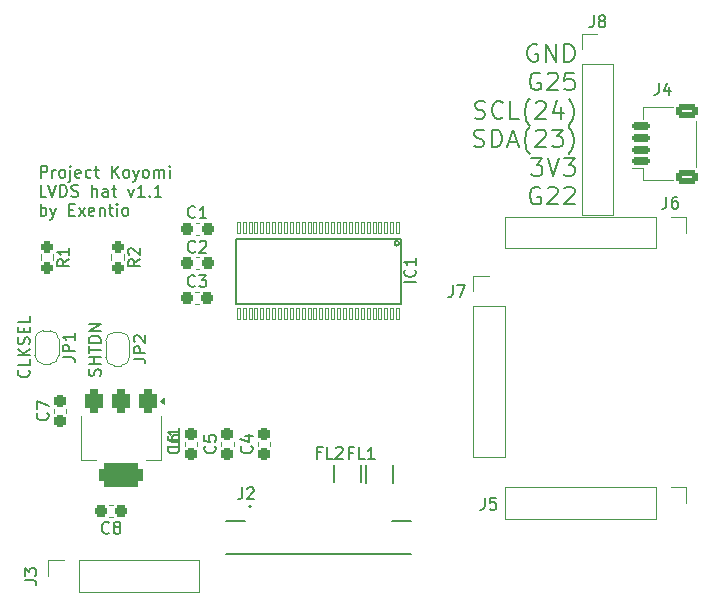
<source format=gto>
G04 #@! TF.GenerationSoftware,KiCad,Pcbnew,8.0.6*
G04 #@! TF.CreationDate,2024-12-27T23:38:28+01:00*
G04 #@! TF.ProjectId,koyomi-lvds-hat,6b6f796f-6d69-42d6-9c76-64732d686174,rev?*
G04 #@! TF.SameCoordinates,Original*
G04 #@! TF.FileFunction,Legend,Top*
G04 #@! TF.FilePolarity,Positive*
%FSLAX46Y46*%
G04 Gerber Fmt 4.6, Leading zero omitted, Abs format (unit mm)*
G04 Created by KiCad (PCBNEW 8.0.6) date 2024-12-27 23:38:28*
%MOMM*%
%LPD*%
G01*
G04 APERTURE LIST*
G04 Aperture macros list*
%AMRoundRect*
0 Rectangle with rounded corners*
0 $1 Rounding radius*
0 $2 $3 $4 $5 $6 $7 $8 $9 X,Y pos of 4 corners*
0 Add a 4 corners polygon primitive as box body*
4,1,4,$2,$3,$4,$5,$6,$7,$8,$9,$2,$3,0*
0 Add four circle primitives for the rounded corners*
1,1,$1+$1,$2,$3*
1,1,$1+$1,$4,$5*
1,1,$1+$1,$6,$7*
1,1,$1+$1,$8,$9*
0 Add four rect primitives between the rounded corners*
20,1,$1+$1,$2,$3,$4,$5,0*
20,1,$1+$1,$4,$5,$6,$7,0*
20,1,$1+$1,$6,$7,$8,$9,0*
20,1,$1+$1,$8,$9,$2,$3,0*%
%AMFreePoly0*
4,1,19,0.500000,-0.750000,0.000000,-0.750000,0.000000,-0.744911,-0.071157,-0.744911,-0.207708,-0.704816,-0.327430,-0.627875,-0.420627,-0.520320,-0.479746,-0.390866,-0.500000,-0.250000,-0.500000,0.250000,-0.479746,0.390866,-0.420627,0.520320,-0.327430,0.627875,-0.207708,0.704816,-0.071157,0.744911,0.000000,0.744911,0.000000,0.750000,0.500000,0.750000,0.500000,-0.750000,0.500000,-0.750000,
$1*%
%AMFreePoly1*
4,1,19,0.000000,0.744911,0.071157,0.744911,0.207708,0.704816,0.327430,0.627875,0.420627,0.520320,0.479746,0.390866,0.500000,0.250000,0.500000,-0.250000,0.479746,-0.390866,0.420627,-0.520320,0.327430,-0.627875,0.207708,-0.704816,0.071157,-0.744911,0.000000,-0.744911,0.000000,-0.750000,-0.500000,-0.750000,-0.500000,0.750000,0.000000,0.750000,0.000000,0.744911,0.000000,0.744911,
$1*%
G04 Aperture macros list end*
%ADD10C,0.150000*%
%ADD11C,0.200000*%
%ADD12C,0.120000*%
%ADD13C,0.127000*%
%ADD14RoundRect,0.237500X0.300000X0.237500X-0.300000X0.237500X-0.300000X-0.237500X0.300000X-0.237500X0*%
%ADD15RoundRect,0.237500X0.237500X-0.300000X0.237500X0.300000X-0.237500X0.300000X-0.237500X-0.300000X0*%
%ADD16C,6.200000*%
%ADD17FreePoly0,270.000000*%
%ADD18FreePoly1,270.000000*%
%ADD19R,0.200000X1.200000*%
%ADD20R,1.400000X2.000000*%
%ADD21R,1.700000X1.700000*%
%ADD22O,1.700000X1.700000*%
%ADD23RoundRect,0.237500X-0.237500X0.300000X-0.237500X-0.300000X0.237500X-0.300000X0.237500X0.300000X0*%
%ADD24RoundRect,0.375000X-0.375000X0.625000X-0.375000X-0.625000X0.375000X-0.625000X0.375000X0.625000X0*%
%ADD25RoundRect,0.500000X-1.400000X0.500000X-1.400000X-0.500000X1.400000X-0.500000X1.400000X0.500000X0*%
%ADD26RoundRect,0.009000X-0.141000X0.491000X-0.141000X-0.491000X0.141000X-0.491000X0.141000X0.491000X0*%
%ADD27RoundRect,0.237500X-0.237500X0.250000X-0.237500X-0.250000X0.237500X-0.250000X0.237500X0.250000X0*%
%ADD28RoundRect,0.150000X0.625000X-0.150000X0.625000X0.150000X-0.625000X0.150000X-0.625000X-0.150000X0*%
%ADD29RoundRect,0.250000X0.650000X-0.350000X0.650000X0.350000X-0.650000X0.350000X-0.650000X-0.350000X0*%
%ADD30C,0.965200*%
%ADD31C,1.778000*%
G04 APERTURE END LIST*
D10*
X105007200Y-58914285D02*
X105054819Y-58771428D01*
X105054819Y-58771428D02*
X105054819Y-58533333D01*
X105054819Y-58533333D02*
X105007200Y-58438095D01*
X105007200Y-58438095D02*
X104959580Y-58390476D01*
X104959580Y-58390476D02*
X104864342Y-58342857D01*
X104864342Y-58342857D02*
X104769104Y-58342857D01*
X104769104Y-58342857D02*
X104673866Y-58390476D01*
X104673866Y-58390476D02*
X104626247Y-58438095D01*
X104626247Y-58438095D02*
X104578628Y-58533333D01*
X104578628Y-58533333D02*
X104531009Y-58723809D01*
X104531009Y-58723809D02*
X104483390Y-58819047D01*
X104483390Y-58819047D02*
X104435771Y-58866666D01*
X104435771Y-58866666D02*
X104340533Y-58914285D01*
X104340533Y-58914285D02*
X104245295Y-58914285D01*
X104245295Y-58914285D02*
X104150057Y-58866666D01*
X104150057Y-58866666D02*
X104102438Y-58819047D01*
X104102438Y-58819047D02*
X104054819Y-58723809D01*
X104054819Y-58723809D02*
X104054819Y-58485714D01*
X104054819Y-58485714D02*
X104102438Y-58342857D01*
X105054819Y-57914285D02*
X104054819Y-57914285D01*
X104531009Y-57914285D02*
X104531009Y-57342857D01*
X105054819Y-57342857D02*
X104054819Y-57342857D01*
X104054819Y-57009523D02*
X104054819Y-56438095D01*
X105054819Y-56723809D02*
X104054819Y-56723809D01*
X105054819Y-56104761D02*
X104054819Y-56104761D01*
X104054819Y-56104761D02*
X104054819Y-55866666D01*
X104054819Y-55866666D02*
X104102438Y-55723809D01*
X104102438Y-55723809D02*
X104197676Y-55628571D01*
X104197676Y-55628571D02*
X104292914Y-55580952D01*
X104292914Y-55580952D02*
X104483390Y-55533333D01*
X104483390Y-55533333D02*
X104626247Y-55533333D01*
X104626247Y-55533333D02*
X104816723Y-55580952D01*
X104816723Y-55580952D02*
X104911961Y-55628571D01*
X104911961Y-55628571D02*
X105007200Y-55723809D01*
X105007200Y-55723809D02*
X105054819Y-55866666D01*
X105054819Y-55866666D02*
X105054819Y-56104761D01*
X105054819Y-55104761D02*
X104054819Y-55104761D01*
X104054819Y-55104761D02*
X105054819Y-54533333D01*
X105054819Y-54533333D02*
X104054819Y-54533333D01*
X98959580Y-58428571D02*
X99007200Y-58476190D01*
X99007200Y-58476190D02*
X99054819Y-58619047D01*
X99054819Y-58619047D02*
X99054819Y-58714285D01*
X99054819Y-58714285D02*
X99007200Y-58857142D01*
X99007200Y-58857142D02*
X98911961Y-58952380D01*
X98911961Y-58952380D02*
X98816723Y-58999999D01*
X98816723Y-58999999D02*
X98626247Y-59047618D01*
X98626247Y-59047618D02*
X98483390Y-59047618D01*
X98483390Y-59047618D02*
X98292914Y-58999999D01*
X98292914Y-58999999D02*
X98197676Y-58952380D01*
X98197676Y-58952380D02*
X98102438Y-58857142D01*
X98102438Y-58857142D02*
X98054819Y-58714285D01*
X98054819Y-58714285D02*
X98054819Y-58619047D01*
X98054819Y-58619047D02*
X98102438Y-58476190D01*
X98102438Y-58476190D02*
X98150057Y-58428571D01*
X99054819Y-57523809D02*
X99054819Y-57999999D01*
X99054819Y-57999999D02*
X98054819Y-57999999D01*
X99054819Y-57190475D02*
X98054819Y-57190475D01*
X99054819Y-56619047D02*
X98483390Y-57047618D01*
X98054819Y-56619047D02*
X98626247Y-57190475D01*
X99007200Y-56238094D02*
X99054819Y-56095237D01*
X99054819Y-56095237D02*
X99054819Y-55857142D01*
X99054819Y-55857142D02*
X99007200Y-55761904D01*
X99007200Y-55761904D02*
X98959580Y-55714285D01*
X98959580Y-55714285D02*
X98864342Y-55666666D01*
X98864342Y-55666666D02*
X98769104Y-55666666D01*
X98769104Y-55666666D02*
X98673866Y-55714285D01*
X98673866Y-55714285D02*
X98626247Y-55761904D01*
X98626247Y-55761904D02*
X98578628Y-55857142D01*
X98578628Y-55857142D02*
X98531009Y-56047618D01*
X98531009Y-56047618D02*
X98483390Y-56142856D01*
X98483390Y-56142856D02*
X98435771Y-56190475D01*
X98435771Y-56190475D02*
X98340533Y-56238094D01*
X98340533Y-56238094D02*
X98245295Y-56238094D01*
X98245295Y-56238094D02*
X98150057Y-56190475D01*
X98150057Y-56190475D02*
X98102438Y-56142856D01*
X98102438Y-56142856D02*
X98054819Y-56047618D01*
X98054819Y-56047618D02*
X98054819Y-55809523D01*
X98054819Y-55809523D02*
X98102438Y-55666666D01*
X98531009Y-55238094D02*
X98531009Y-54904761D01*
X99054819Y-54761904D02*
X99054819Y-55238094D01*
X99054819Y-55238094D02*
X98054819Y-55238094D01*
X98054819Y-55238094D02*
X98054819Y-54761904D01*
X99054819Y-53857142D02*
X99054819Y-54333332D01*
X99054819Y-54333332D02*
X98054819Y-54333332D01*
D11*
X99969673Y-42147331D02*
X99969673Y-41147331D01*
X99969673Y-41147331D02*
X100350625Y-41147331D01*
X100350625Y-41147331D02*
X100445863Y-41194950D01*
X100445863Y-41194950D02*
X100493482Y-41242569D01*
X100493482Y-41242569D02*
X100541101Y-41337807D01*
X100541101Y-41337807D02*
X100541101Y-41480664D01*
X100541101Y-41480664D02*
X100493482Y-41575902D01*
X100493482Y-41575902D02*
X100445863Y-41623521D01*
X100445863Y-41623521D02*
X100350625Y-41671140D01*
X100350625Y-41671140D02*
X99969673Y-41671140D01*
X100969673Y-42147331D02*
X100969673Y-41480664D01*
X100969673Y-41671140D02*
X101017292Y-41575902D01*
X101017292Y-41575902D02*
X101064911Y-41528283D01*
X101064911Y-41528283D02*
X101160149Y-41480664D01*
X101160149Y-41480664D02*
X101255387Y-41480664D01*
X101731578Y-42147331D02*
X101636340Y-42099712D01*
X101636340Y-42099712D02*
X101588721Y-42052092D01*
X101588721Y-42052092D02*
X101541102Y-41956854D01*
X101541102Y-41956854D02*
X101541102Y-41671140D01*
X101541102Y-41671140D02*
X101588721Y-41575902D01*
X101588721Y-41575902D02*
X101636340Y-41528283D01*
X101636340Y-41528283D02*
X101731578Y-41480664D01*
X101731578Y-41480664D02*
X101874435Y-41480664D01*
X101874435Y-41480664D02*
X101969673Y-41528283D01*
X101969673Y-41528283D02*
X102017292Y-41575902D01*
X102017292Y-41575902D02*
X102064911Y-41671140D01*
X102064911Y-41671140D02*
X102064911Y-41956854D01*
X102064911Y-41956854D02*
X102017292Y-42052092D01*
X102017292Y-42052092D02*
X101969673Y-42099712D01*
X101969673Y-42099712D02*
X101874435Y-42147331D01*
X101874435Y-42147331D02*
X101731578Y-42147331D01*
X102493483Y-41480664D02*
X102493483Y-42337807D01*
X102493483Y-42337807D02*
X102445864Y-42433045D01*
X102445864Y-42433045D02*
X102350626Y-42480664D01*
X102350626Y-42480664D02*
X102303007Y-42480664D01*
X102493483Y-41147331D02*
X102445864Y-41194950D01*
X102445864Y-41194950D02*
X102493483Y-41242569D01*
X102493483Y-41242569D02*
X102541102Y-41194950D01*
X102541102Y-41194950D02*
X102493483Y-41147331D01*
X102493483Y-41147331D02*
X102493483Y-41242569D01*
X103350625Y-42099712D02*
X103255387Y-42147331D01*
X103255387Y-42147331D02*
X103064911Y-42147331D01*
X103064911Y-42147331D02*
X102969673Y-42099712D01*
X102969673Y-42099712D02*
X102922054Y-42004473D01*
X102922054Y-42004473D02*
X102922054Y-41623521D01*
X102922054Y-41623521D02*
X102969673Y-41528283D01*
X102969673Y-41528283D02*
X103064911Y-41480664D01*
X103064911Y-41480664D02*
X103255387Y-41480664D01*
X103255387Y-41480664D02*
X103350625Y-41528283D01*
X103350625Y-41528283D02*
X103398244Y-41623521D01*
X103398244Y-41623521D02*
X103398244Y-41718759D01*
X103398244Y-41718759D02*
X102922054Y-41813997D01*
X104255387Y-42099712D02*
X104160149Y-42147331D01*
X104160149Y-42147331D02*
X103969673Y-42147331D01*
X103969673Y-42147331D02*
X103874435Y-42099712D01*
X103874435Y-42099712D02*
X103826816Y-42052092D01*
X103826816Y-42052092D02*
X103779197Y-41956854D01*
X103779197Y-41956854D02*
X103779197Y-41671140D01*
X103779197Y-41671140D02*
X103826816Y-41575902D01*
X103826816Y-41575902D02*
X103874435Y-41528283D01*
X103874435Y-41528283D02*
X103969673Y-41480664D01*
X103969673Y-41480664D02*
X104160149Y-41480664D01*
X104160149Y-41480664D02*
X104255387Y-41528283D01*
X104541102Y-41480664D02*
X104922054Y-41480664D01*
X104683959Y-41147331D02*
X104683959Y-42004473D01*
X104683959Y-42004473D02*
X104731578Y-42099712D01*
X104731578Y-42099712D02*
X104826816Y-42147331D01*
X104826816Y-42147331D02*
X104922054Y-42147331D01*
X106017293Y-42147331D02*
X106017293Y-41147331D01*
X106588721Y-42147331D02*
X106160150Y-41575902D01*
X106588721Y-41147331D02*
X106017293Y-41718759D01*
X107160150Y-42147331D02*
X107064912Y-42099712D01*
X107064912Y-42099712D02*
X107017293Y-42052092D01*
X107017293Y-42052092D02*
X106969674Y-41956854D01*
X106969674Y-41956854D02*
X106969674Y-41671140D01*
X106969674Y-41671140D02*
X107017293Y-41575902D01*
X107017293Y-41575902D02*
X107064912Y-41528283D01*
X107064912Y-41528283D02*
X107160150Y-41480664D01*
X107160150Y-41480664D02*
X107303007Y-41480664D01*
X107303007Y-41480664D02*
X107398245Y-41528283D01*
X107398245Y-41528283D02*
X107445864Y-41575902D01*
X107445864Y-41575902D02*
X107493483Y-41671140D01*
X107493483Y-41671140D02*
X107493483Y-41956854D01*
X107493483Y-41956854D02*
X107445864Y-42052092D01*
X107445864Y-42052092D02*
X107398245Y-42099712D01*
X107398245Y-42099712D02*
X107303007Y-42147331D01*
X107303007Y-42147331D02*
X107160150Y-42147331D01*
X107826817Y-41480664D02*
X108064912Y-42147331D01*
X108303007Y-41480664D02*
X108064912Y-42147331D01*
X108064912Y-42147331D02*
X107969674Y-42385426D01*
X107969674Y-42385426D02*
X107922055Y-42433045D01*
X107922055Y-42433045D02*
X107826817Y-42480664D01*
X108826817Y-42147331D02*
X108731579Y-42099712D01*
X108731579Y-42099712D02*
X108683960Y-42052092D01*
X108683960Y-42052092D02*
X108636341Y-41956854D01*
X108636341Y-41956854D02*
X108636341Y-41671140D01*
X108636341Y-41671140D02*
X108683960Y-41575902D01*
X108683960Y-41575902D02*
X108731579Y-41528283D01*
X108731579Y-41528283D02*
X108826817Y-41480664D01*
X108826817Y-41480664D02*
X108969674Y-41480664D01*
X108969674Y-41480664D02*
X109064912Y-41528283D01*
X109064912Y-41528283D02*
X109112531Y-41575902D01*
X109112531Y-41575902D02*
X109160150Y-41671140D01*
X109160150Y-41671140D02*
X109160150Y-41956854D01*
X109160150Y-41956854D02*
X109112531Y-42052092D01*
X109112531Y-42052092D02*
X109064912Y-42099712D01*
X109064912Y-42099712D02*
X108969674Y-42147331D01*
X108969674Y-42147331D02*
X108826817Y-42147331D01*
X109588722Y-42147331D02*
X109588722Y-41480664D01*
X109588722Y-41575902D02*
X109636341Y-41528283D01*
X109636341Y-41528283D02*
X109731579Y-41480664D01*
X109731579Y-41480664D02*
X109874436Y-41480664D01*
X109874436Y-41480664D02*
X109969674Y-41528283D01*
X109969674Y-41528283D02*
X110017293Y-41623521D01*
X110017293Y-41623521D02*
X110017293Y-42147331D01*
X110017293Y-41623521D02*
X110064912Y-41528283D01*
X110064912Y-41528283D02*
X110160150Y-41480664D01*
X110160150Y-41480664D02*
X110303007Y-41480664D01*
X110303007Y-41480664D02*
X110398246Y-41528283D01*
X110398246Y-41528283D02*
X110445865Y-41623521D01*
X110445865Y-41623521D02*
X110445865Y-42147331D01*
X110922055Y-42147331D02*
X110922055Y-41480664D01*
X110922055Y-41147331D02*
X110874436Y-41194950D01*
X110874436Y-41194950D02*
X110922055Y-41242569D01*
X110922055Y-41242569D02*
X110969674Y-41194950D01*
X110969674Y-41194950D02*
X110922055Y-41147331D01*
X110922055Y-41147331D02*
X110922055Y-41242569D01*
X100445863Y-43757275D02*
X99969673Y-43757275D01*
X99969673Y-43757275D02*
X99969673Y-42757275D01*
X100636340Y-42757275D02*
X100969673Y-43757275D01*
X100969673Y-43757275D02*
X101303006Y-42757275D01*
X101636340Y-43757275D02*
X101636340Y-42757275D01*
X101636340Y-42757275D02*
X101874435Y-42757275D01*
X101874435Y-42757275D02*
X102017292Y-42804894D01*
X102017292Y-42804894D02*
X102112530Y-42900132D01*
X102112530Y-42900132D02*
X102160149Y-42995370D01*
X102160149Y-42995370D02*
X102207768Y-43185846D01*
X102207768Y-43185846D02*
X102207768Y-43328703D01*
X102207768Y-43328703D02*
X102160149Y-43519179D01*
X102160149Y-43519179D02*
X102112530Y-43614417D01*
X102112530Y-43614417D02*
X102017292Y-43709656D01*
X102017292Y-43709656D02*
X101874435Y-43757275D01*
X101874435Y-43757275D02*
X101636340Y-43757275D01*
X102588721Y-43709656D02*
X102731578Y-43757275D01*
X102731578Y-43757275D02*
X102969673Y-43757275D01*
X102969673Y-43757275D02*
X103064911Y-43709656D01*
X103064911Y-43709656D02*
X103112530Y-43662036D01*
X103112530Y-43662036D02*
X103160149Y-43566798D01*
X103160149Y-43566798D02*
X103160149Y-43471560D01*
X103160149Y-43471560D02*
X103112530Y-43376322D01*
X103112530Y-43376322D02*
X103064911Y-43328703D01*
X103064911Y-43328703D02*
X102969673Y-43281084D01*
X102969673Y-43281084D02*
X102779197Y-43233465D01*
X102779197Y-43233465D02*
X102683959Y-43185846D01*
X102683959Y-43185846D02*
X102636340Y-43138227D01*
X102636340Y-43138227D02*
X102588721Y-43042989D01*
X102588721Y-43042989D02*
X102588721Y-42947751D01*
X102588721Y-42947751D02*
X102636340Y-42852513D01*
X102636340Y-42852513D02*
X102683959Y-42804894D01*
X102683959Y-42804894D02*
X102779197Y-42757275D01*
X102779197Y-42757275D02*
X103017292Y-42757275D01*
X103017292Y-42757275D02*
X103160149Y-42804894D01*
X104350626Y-43757275D02*
X104350626Y-42757275D01*
X104779197Y-43757275D02*
X104779197Y-43233465D01*
X104779197Y-43233465D02*
X104731578Y-43138227D01*
X104731578Y-43138227D02*
X104636340Y-43090608D01*
X104636340Y-43090608D02*
X104493483Y-43090608D01*
X104493483Y-43090608D02*
X104398245Y-43138227D01*
X104398245Y-43138227D02*
X104350626Y-43185846D01*
X105683959Y-43757275D02*
X105683959Y-43233465D01*
X105683959Y-43233465D02*
X105636340Y-43138227D01*
X105636340Y-43138227D02*
X105541102Y-43090608D01*
X105541102Y-43090608D02*
X105350626Y-43090608D01*
X105350626Y-43090608D02*
X105255388Y-43138227D01*
X105683959Y-43709656D02*
X105588721Y-43757275D01*
X105588721Y-43757275D02*
X105350626Y-43757275D01*
X105350626Y-43757275D02*
X105255388Y-43709656D01*
X105255388Y-43709656D02*
X105207769Y-43614417D01*
X105207769Y-43614417D02*
X105207769Y-43519179D01*
X105207769Y-43519179D02*
X105255388Y-43423941D01*
X105255388Y-43423941D02*
X105350626Y-43376322D01*
X105350626Y-43376322D02*
X105588721Y-43376322D01*
X105588721Y-43376322D02*
X105683959Y-43328703D01*
X106017293Y-43090608D02*
X106398245Y-43090608D01*
X106160150Y-42757275D02*
X106160150Y-43614417D01*
X106160150Y-43614417D02*
X106207769Y-43709656D01*
X106207769Y-43709656D02*
X106303007Y-43757275D01*
X106303007Y-43757275D02*
X106398245Y-43757275D01*
X107398246Y-43090608D02*
X107636341Y-43757275D01*
X107636341Y-43757275D02*
X107874436Y-43090608D01*
X108779198Y-43757275D02*
X108207770Y-43757275D01*
X108493484Y-43757275D02*
X108493484Y-42757275D01*
X108493484Y-42757275D02*
X108398246Y-42900132D01*
X108398246Y-42900132D02*
X108303008Y-42995370D01*
X108303008Y-42995370D02*
X108207770Y-43042989D01*
X109207770Y-43662036D02*
X109255389Y-43709656D01*
X109255389Y-43709656D02*
X109207770Y-43757275D01*
X109207770Y-43757275D02*
X109160151Y-43709656D01*
X109160151Y-43709656D02*
X109207770Y-43662036D01*
X109207770Y-43662036D02*
X109207770Y-43757275D01*
X110207769Y-43757275D02*
X109636341Y-43757275D01*
X109922055Y-43757275D02*
X109922055Y-42757275D01*
X109922055Y-42757275D02*
X109826817Y-42900132D01*
X109826817Y-42900132D02*
X109731579Y-42995370D01*
X109731579Y-42995370D02*
X109636341Y-43042989D01*
X99969673Y-45367219D02*
X99969673Y-44367219D01*
X99969673Y-44748171D02*
X100064911Y-44700552D01*
X100064911Y-44700552D02*
X100255387Y-44700552D01*
X100255387Y-44700552D02*
X100350625Y-44748171D01*
X100350625Y-44748171D02*
X100398244Y-44795790D01*
X100398244Y-44795790D02*
X100445863Y-44891028D01*
X100445863Y-44891028D02*
X100445863Y-45176742D01*
X100445863Y-45176742D02*
X100398244Y-45271980D01*
X100398244Y-45271980D02*
X100350625Y-45319600D01*
X100350625Y-45319600D02*
X100255387Y-45367219D01*
X100255387Y-45367219D02*
X100064911Y-45367219D01*
X100064911Y-45367219D02*
X99969673Y-45319600D01*
X100779197Y-44700552D02*
X101017292Y-45367219D01*
X101255387Y-44700552D02*
X101017292Y-45367219D01*
X101017292Y-45367219D02*
X100922054Y-45605314D01*
X100922054Y-45605314D02*
X100874435Y-45652933D01*
X100874435Y-45652933D02*
X100779197Y-45700552D01*
X102398245Y-44843409D02*
X102731578Y-44843409D01*
X102874435Y-45367219D02*
X102398245Y-45367219D01*
X102398245Y-45367219D02*
X102398245Y-44367219D01*
X102398245Y-44367219D02*
X102874435Y-44367219D01*
X103207769Y-45367219D02*
X103731578Y-44700552D01*
X103207769Y-44700552D02*
X103731578Y-45367219D01*
X104493483Y-45319600D02*
X104398245Y-45367219D01*
X104398245Y-45367219D02*
X104207769Y-45367219D01*
X104207769Y-45367219D02*
X104112531Y-45319600D01*
X104112531Y-45319600D02*
X104064912Y-45224361D01*
X104064912Y-45224361D02*
X104064912Y-44843409D01*
X104064912Y-44843409D02*
X104112531Y-44748171D01*
X104112531Y-44748171D02*
X104207769Y-44700552D01*
X104207769Y-44700552D02*
X104398245Y-44700552D01*
X104398245Y-44700552D02*
X104493483Y-44748171D01*
X104493483Y-44748171D02*
X104541102Y-44843409D01*
X104541102Y-44843409D02*
X104541102Y-44938647D01*
X104541102Y-44938647D02*
X104064912Y-45033885D01*
X104969674Y-44700552D02*
X104969674Y-45367219D01*
X104969674Y-44795790D02*
X105017293Y-44748171D01*
X105017293Y-44748171D02*
X105112531Y-44700552D01*
X105112531Y-44700552D02*
X105255388Y-44700552D01*
X105255388Y-44700552D02*
X105350626Y-44748171D01*
X105350626Y-44748171D02*
X105398245Y-44843409D01*
X105398245Y-44843409D02*
X105398245Y-45367219D01*
X105731579Y-44700552D02*
X106112531Y-44700552D01*
X105874436Y-44367219D02*
X105874436Y-45224361D01*
X105874436Y-45224361D02*
X105922055Y-45319600D01*
X105922055Y-45319600D02*
X106017293Y-45367219D01*
X106017293Y-45367219D02*
X106112531Y-45367219D01*
X106445865Y-45367219D02*
X106445865Y-44700552D01*
X106445865Y-44367219D02*
X106398246Y-44414838D01*
X106398246Y-44414838D02*
X106445865Y-44462457D01*
X106445865Y-44462457D02*
X106493484Y-44414838D01*
X106493484Y-44414838D02*
X106445865Y-44367219D01*
X106445865Y-44367219D02*
X106445865Y-44462457D01*
X107064912Y-45367219D02*
X106969674Y-45319600D01*
X106969674Y-45319600D02*
X106922055Y-45271980D01*
X106922055Y-45271980D02*
X106874436Y-45176742D01*
X106874436Y-45176742D02*
X106874436Y-44891028D01*
X106874436Y-44891028D02*
X106922055Y-44795790D01*
X106922055Y-44795790D02*
X106969674Y-44748171D01*
X106969674Y-44748171D02*
X107064912Y-44700552D01*
X107064912Y-44700552D02*
X107207769Y-44700552D01*
X107207769Y-44700552D02*
X107303007Y-44748171D01*
X107303007Y-44748171D02*
X107350626Y-44795790D01*
X107350626Y-44795790D02*
X107398245Y-44891028D01*
X107398245Y-44891028D02*
X107398245Y-45176742D01*
X107398245Y-45176742D02*
X107350626Y-45271980D01*
X107350626Y-45271980D02*
X107303007Y-45319600D01*
X107303007Y-45319600D02*
X107207769Y-45367219D01*
X107207769Y-45367219D02*
X107064912Y-45367219D01*
X142039850Y-30902877D02*
X141896993Y-30831448D01*
X141896993Y-30831448D02*
X141682707Y-30831448D01*
X141682707Y-30831448D02*
X141468421Y-30902877D01*
X141468421Y-30902877D02*
X141325564Y-31045734D01*
X141325564Y-31045734D02*
X141254135Y-31188591D01*
X141254135Y-31188591D02*
X141182707Y-31474305D01*
X141182707Y-31474305D02*
X141182707Y-31688591D01*
X141182707Y-31688591D02*
X141254135Y-31974305D01*
X141254135Y-31974305D02*
X141325564Y-32117162D01*
X141325564Y-32117162D02*
X141468421Y-32260020D01*
X141468421Y-32260020D02*
X141682707Y-32331448D01*
X141682707Y-32331448D02*
X141825564Y-32331448D01*
X141825564Y-32331448D02*
X142039850Y-32260020D01*
X142039850Y-32260020D02*
X142111278Y-32188591D01*
X142111278Y-32188591D02*
X142111278Y-31688591D01*
X142111278Y-31688591D02*
X141825564Y-31688591D01*
X142754135Y-32331448D02*
X142754135Y-30831448D01*
X142754135Y-30831448D02*
X143611278Y-32331448D01*
X143611278Y-32331448D02*
X143611278Y-30831448D01*
X144325564Y-32331448D02*
X144325564Y-30831448D01*
X144325564Y-30831448D02*
X144682707Y-30831448D01*
X144682707Y-30831448D02*
X144896993Y-30902877D01*
X144896993Y-30902877D02*
X145039850Y-31045734D01*
X145039850Y-31045734D02*
X145111279Y-31188591D01*
X145111279Y-31188591D02*
X145182707Y-31474305D01*
X145182707Y-31474305D02*
X145182707Y-31688591D01*
X145182707Y-31688591D02*
X145111279Y-31974305D01*
X145111279Y-31974305D02*
X145039850Y-32117162D01*
X145039850Y-32117162D02*
X144896993Y-32260020D01*
X144896993Y-32260020D02*
X144682707Y-32331448D01*
X144682707Y-32331448D02*
X144325564Y-32331448D01*
X142254137Y-33317793D02*
X142111280Y-33246364D01*
X142111280Y-33246364D02*
X141896994Y-33246364D01*
X141896994Y-33246364D02*
X141682708Y-33317793D01*
X141682708Y-33317793D02*
X141539851Y-33460650D01*
X141539851Y-33460650D02*
X141468422Y-33603507D01*
X141468422Y-33603507D02*
X141396994Y-33889221D01*
X141396994Y-33889221D02*
X141396994Y-34103507D01*
X141396994Y-34103507D02*
X141468422Y-34389221D01*
X141468422Y-34389221D02*
X141539851Y-34532078D01*
X141539851Y-34532078D02*
X141682708Y-34674936D01*
X141682708Y-34674936D02*
X141896994Y-34746364D01*
X141896994Y-34746364D02*
X142039851Y-34746364D01*
X142039851Y-34746364D02*
X142254137Y-34674936D01*
X142254137Y-34674936D02*
X142325565Y-34603507D01*
X142325565Y-34603507D02*
X142325565Y-34103507D01*
X142325565Y-34103507D02*
X142039851Y-34103507D01*
X142896994Y-33389221D02*
X142968422Y-33317793D01*
X142968422Y-33317793D02*
X143111280Y-33246364D01*
X143111280Y-33246364D02*
X143468422Y-33246364D01*
X143468422Y-33246364D02*
X143611280Y-33317793D01*
X143611280Y-33317793D02*
X143682708Y-33389221D01*
X143682708Y-33389221D02*
X143754137Y-33532078D01*
X143754137Y-33532078D02*
X143754137Y-33674936D01*
X143754137Y-33674936D02*
X143682708Y-33889221D01*
X143682708Y-33889221D02*
X142825565Y-34746364D01*
X142825565Y-34746364D02*
X143754137Y-34746364D01*
X145111279Y-33246364D02*
X144396993Y-33246364D01*
X144396993Y-33246364D02*
X144325565Y-33960650D01*
X144325565Y-33960650D02*
X144396993Y-33889221D01*
X144396993Y-33889221D02*
X144539851Y-33817793D01*
X144539851Y-33817793D02*
X144896993Y-33817793D01*
X144896993Y-33817793D02*
X145039851Y-33889221D01*
X145039851Y-33889221D02*
X145111279Y-33960650D01*
X145111279Y-33960650D02*
X145182708Y-34103507D01*
X145182708Y-34103507D02*
X145182708Y-34460650D01*
X145182708Y-34460650D02*
X145111279Y-34603507D01*
X145111279Y-34603507D02*
X145039851Y-34674936D01*
X145039851Y-34674936D02*
X144896993Y-34746364D01*
X144896993Y-34746364D02*
X144539851Y-34746364D01*
X144539851Y-34746364D02*
X144396993Y-34674936D01*
X144396993Y-34674936D02*
X144325565Y-34603507D01*
X136754137Y-37089852D02*
X136968423Y-37161280D01*
X136968423Y-37161280D02*
X137325565Y-37161280D01*
X137325565Y-37161280D02*
X137468423Y-37089852D01*
X137468423Y-37089852D02*
X137539851Y-37018423D01*
X137539851Y-37018423D02*
X137611280Y-36875566D01*
X137611280Y-36875566D02*
X137611280Y-36732709D01*
X137611280Y-36732709D02*
X137539851Y-36589852D01*
X137539851Y-36589852D02*
X137468423Y-36518423D01*
X137468423Y-36518423D02*
X137325565Y-36446994D01*
X137325565Y-36446994D02*
X137039851Y-36375566D01*
X137039851Y-36375566D02*
X136896994Y-36304137D01*
X136896994Y-36304137D02*
X136825565Y-36232709D01*
X136825565Y-36232709D02*
X136754137Y-36089852D01*
X136754137Y-36089852D02*
X136754137Y-35946994D01*
X136754137Y-35946994D02*
X136825565Y-35804137D01*
X136825565Y-35804137D02*
X136896994Y-35732709D01*
X136896994Y-35732709D02*
X137039851Y-35661280D01*
X137039851Y-35661280D02*
X137396994Y-35661280D01*
X137396994Y-35661280D02*
X137611280Y-35732709D01*
X139111279Y-37018423D02*
X139039851Y-37089852D01*
X139039851Y-37089852D02*
X138825565Y-37161280D01*
X138825565Y-37161280D02*
X138682708Y-37161280D01*
X138682708Y-37161280D02*
X138468422Y-37089852D01*
X138468422Y-37089852D02*
X138325565Y-36946994D01*
X138325565Y-36946994D02*
X138254136Y-36804137D01*
X138254136Y-36804137D02*
X138182708Y-36518423D01*
X138182708Y-36518423D02*
X138182708Y-36304137D01*
X138182708Y-36304137D02*
X138254136Y-36018423D01*
X138254136Y-36018423D02*
X138325565Y-35875566D01*
X138325565Y-35875566D02*
X138468422Y-35732709D01*
X138468422Y-35732709D02*
X138682708Y-35661280D01*
X138682708Y-35661280D02*
X138825565Y-35661280D01*
X138825565Y-35661280D02*
X139039851Y-35732709D01*
X139039851Y-35732709D02*
X139111279Y-35804137D01*
X140468422Y-37161280D02*
X139754136Y-37161280D01*
X139754136Y-37161280D02*
X139754136Y-35661280D01*
X141396994Y-37732709D02*
X141325565Y-37661280D01*
X141325565Y-37661280D02*
X141182708Y-37446994D01*
X141182708Y-37446994D02*
X141111280Y-37304137D01*
X141111280Y-37304137D02*
X141039851Y-37089852D01*
X141039851Y-37089852D02*
X140968422Y-36732709D01*
X140968422Y-36732709D02*
X140968422Y-36446994D01*
X140968422Y-36446994D02*
X141039851Y-36089852D01*
X141039851Y-36089852D02*
X141111280Y-35875566D01*
X141111280Y-35875566D02*
X141182708Y-35732709D01*
X141182708Y-35732709D02*
X141325565Y-35518423D01*
X141325565Y-35518423D02*
X141396994Y-35446994D01*
X141896994Y-35804137D02*
X141968422Y-35732709D01*
X141968422Y-35732709D02*
X142111280Y-35661280D01*
X142111280Y-35661280D02*
X142468422Y-35661280D01*
X142468422Y-35661280D02*
X142611280Y-35732709D01*
X142611280Y-35732709D02*
X142682708Y-35804137D01*
X142682708Y-35804137D02*
X142754137Y-35946994D01*
X142754137Y-35946994D02*
X142754137Y-36089852D01*
X142754137Y-36089852D02*
X142682708Y-36304137D01*
X142682708Y-36304137D02*
X141825565Y-37161280D01*
X141825565Y-37161280D02*
X142754137Y-37161280D01*
X144039851Y-36161280D02*
X144039851Y-37161280D01*
X143682708Y-35589852D02*
X143325565Y-36661280D01*
X143325565Y-36661280D02*
X144254136Y-36661280D01*
X144682707Y-37732709D02*
X144754136Y-37661280D01*
X144754136Y-37661280D02*
X144896993Y-37446994D01*
X144896993Y-37446994D02*
X144968422Y-37304137D01*
X144968422Y-37304137D02*
X145039850Y-37089852D01*
X145039850Y-37089852D02*
X145111279Y-36732709D01*
X145111279Y-36732709D02*
X145111279Y-36446994D01*
X145111279Y-36446994D02*
X145039850Y-36089852D01*
X145039850Y-36089852D02*
X144968422Y-35875566D01*
X144968422Y-35875566D02*
X144896993Y-35732709D01*
X144896993Y-35732709D02*
X144754136Y-35518423D01*
X144754136Y-35518423D02*
X144682707Y-35446994D01*
X136682709Y-39504768D02*
X136896995Y-39576196D01*
X136896995Y-39576196D02*
X137254137Y-39576196D01*
X137254137Y-39576196D02*
X137396995Y-39504768D01*
X137396995Y-39504768D02*
X137468423Y-39433339D01*
X137468423Y-39433339D02*
X137539852Y-39290482D01*
X137539852Y-39290482D02*
X137539852Y-39147625D01*
X137539852Y-39147625D02*
X137468423Y-39004768D01*
X137468423Y-39004768D02*
X137396995Y-38933339D01*
X137396995Y-38933339D02*
X137254137Y-38861910D01*
X137254137Y-38861910D02*
X136968423Y-38790482D01*
X136968423Y-38790482D02*
X136825566Y-38719053D01*
X136825566Y-38719053D02*
X136754137Y-38647625D01*
X136754137Y-38647625D02*
X136682709Y-38504768D01*
X136682709Y-38504768D02*
X136682709Y-38361910D01*
X136682709Y-38361910D02*
X136754137Y-38219053D01*
X136754137Y-38219053D02*
X136825566Y-38147625D01*
X136825566Y-38147625D02*
X136968423Y-38076196D01*
X136968423Y-38076196D02*
X137325566Y-38076196D01*
X137325566Y-38076196D02*
X137539852Y-38147625D01*
X138182708Y-39576196D02*
X138182708Y-38076196D01*
X138182708Y-38076196D02*
X138539851Y-38076196D01*
X138539851Y-38076196D02*
X138754137Y-38147625D01*
X138754137Y-38147625D02*
X138896994Y-38290482D01*
X138896994Y-38290482D02*
X138968423Y-38433339D01*
X138968423Y-38433339D02*
X139039851Y-38719053D01*
X139039851Y-38719053D02*
X139039851Y-38933339D01*
X139039851Y-38933339D02*
X138968423Y-39219053D01*
X138968423Y-39219053D02*
X138896994Y-39361910D01*
X138896994Y-39361910D02*
X138754137Y-39504768D01*
X138754137Y-39504768D02*
X138539851Y-39576196D01*
X138539851Y-39576196D02*
X138182708Y-39576196D01*
X139611280Y-39147625D02*
X140325566Y-39147625D01*
X139468423Y-39576196D02*
X139968423Y-38076196D01*
X139968423Y-38076196D02*
X140468423Y-39576196D01*
X141396994Y-40147625D02*
X141325565Y-40076196D01*
X141325565Y-40076196D02*
X141182708Y-39861910D01*
X141182708Y-39861910D02*
X141111280Y-39719053D01*
X141111280Y-39719053D02*
X141039851Y-39504768D01*
X141039851Y-39504768D02*
X140968422Y-39147625D01*
X140968422Y-39147625D02*
X140968422Y-38861910D01*
X140968422Y-38861910D02*
X141039851Y-38504768D01*
X141039851Y-38504768D02*
X141111280Y-38290482D01*
X141111280Y-38290482D02*
X141182708Y-38147625D01*
X141182708Y-38147625D02*
X141325565Y-37933339D01*
X141325565Y-37933339D02*
X141396994Y-37861910D01*
X141896994Y-38219053D02*
X141968422Y-38147625D01*
X141968422Y-38147625D02*
X142111280Y-38076196D01*
X142111280Y-38076196D02*
X142468422Y-38076196D01*
X142468422Y-38076196D02*
X142611280Y-38147625D01*
X142611280Y-38147625D02*
X142682708Y-38219053D01*
X142682708Y-38219053D02*
X142754137Y-38361910D01*
X142754137Y-38361910D02*
X142754137Y-38504768D01*
X142754137Y-38504768D02*
X142682708Y-38719053D01*
X142682708Y-38719053D02*
X141825565Y-39576196D01*
X141825565Y-39576196D02*
X142754137Y-39576196D01*
X143254136Y-38076196D02*
X144182708Y-38076196D01*
X144182708Y-38076196D02*
X143682708Y-38647625D01*
X143682708Y-38647625D02*
X143896993Y-38647625D01*
X143896993Y-38647625D02*
X144039851Y-38719053D01*
X144039851Y-38719053D02*
X144111279Y-38790482D01*
X144111279Y-38790482D02*
X144182708Y-38933339D01*
X144182708Y-38933339D02*
X144182708Y-39290482D01*
X144182708Y-39290482D02*
X144111279Y-39433339D01*
X144111279Y-39433339D02*
X144039851Y-39504768D01*
X144039851Y-39504768D02*
X143896993Y-39576196D01*
X143896993Y-39576196D02*
X143468422Y-39576196D01*
X143468422Y-39576196D02*
X143325565Y-39504768D01*
X143325565Y-39504768D02*
X143254136Y-39433339D01*
X144682707Y-40147625D02*
X144754136Y-40076196D01*
X144754136Y-40076196D02*
X144896993Y-39861910D01*
X144896993Y-39861910D02*
X144968422Y-39719053D01*
X144968422Y-39719053D02*
X145039850Y-39504768D01*
X145039850Y-39504768D02*
X145111279Y-39147625D01*
X145111279Y-39147625D02*
X145111279Y-38861910D01*
X145111279Y-38861910D02*
X145039850Y-38504768D01*
X145039850Y-38504768D02*
X144968422Y-38290482D01*
X144968422Y-38290482D02*
X144896993Y-38147625D01*
X144896993Y-38147625D02*
X144754136Y-37933339D01*
X144754136Y-37933339D02*
X144682707Y-37861910D01*
X141539851Y-40491112D02*
X142468423Y-40491112D01*
X142468423Y-40491112D02*
X141968423Y-41062541D01*
X141968423Y-41062541D02*
X142182708Y-41062541D01*
X142182708Y-41062541D02*
X142325566Y-41133969D01*
X142325566Y-41133969D02*
X142396994Y-41205398D01*
X142396994Y-41205398D02*
X142468423Y-41348255D01*
X142468423Y-41348255D02*
X142468423Y-41705398D01*
X142468423Y-41705398D02*
X142396994Y-41848255D01*
X142396994Y-41848255D02*
X142325566Y-41919684D01*
X142325566Y-41919684D02*
X142182708Y-41991112D01*
X142182708Y-41991112D02*
X141754137Y-41991112D01*
X141754137Y-41991112D02*
X141611280Y-41919684D01*
X141611280Y-41919684D02*
X141539851Y-41848255D01*
X142896994Y-40491112D02*
X143396994Y-41991112D01*
X143396994Y-41991112D02*
X143896994Y-40491112D01*
X144254136Y-40491112D02*
X145182708Y-40491112D01*
X145182708Y-40491112D02*
X144682708Y-41062541D01*
X144682708Y-41062541D02*
X144896993Y-41062541D01*
X144896993Y-41062541D02*
X145039851Y-41133969D01*
X145039851Y-41133969D02*
X145111279Y-41205398D01*
X145111279Y-41205398D02*
X145182708Y-41348255D01*
X145182708Y-41348255D02*
X145182708Y-41705398D01*
X145182708Y-41705398D02*
X145111279Y-41848255D01*
X145111279Y-41848255D02*
X145039851Y-41919684D01*
X145039851Y-41919684D02*
X144896993Y-41991112D01*
X144896993Y-41991112D02*
X144468422Y-41991112D01*
X144468422Y-41991112D02*
X144325565Y-41919684D01*
X144325565Y-41919684D02*
X144254136Y-41848255D01*
X142254137Y-42977457D02*
X142111280Y-42906028D01*
X142111280Y-42906028D02*
X141896994Y-42906028D01*
X141896994Y-42906028D02*
X141682708Y-42977457D01*
X141682708Y-42977457D02*
X141539851Y-43120314D01*
X141539851Y-43120314D02*
X141468422Y-43263171D01*
X141468422Y-43263171D02*
X141396994Y-43548885D01*
X141396994Y-43548885D02*
X141396994Y-43763171D01*
X141396994Y-43763171D02*
X141468422Y-44048885D01*
X141468422Y-44048885D02*
X141539851Y-44191742D01*
X141539851Y-44191742D02*
X141682708Y-44334600D01*
X141682708Y-44334600D02*
X141896994Y-44406028D01*
X141896994Y-44406028D02*
X142039851Y-44406028D01*
X142039851Y-44406028D02*
X142254137Y-44334600D01*
X142254137Y-44334600D02*
X142325565Y-44263171D01*
X142325565Y-44263171D02*
X142325565Y-43763171D01*
X142325565Y-43763171D02*
X142039851Y-43763171D01*
X142896994Y-43048885D02*
X142968422Y-42977457D01*
X142968422Y-42977457D02*
X143111280Y-42906028D01*
X143111280Y-42906028D02*
X143468422Y-42906028D01*
X143468422Y-42906028D02*
X143611280Y-42977457D01*
X143611280Y-42977457D02*
X143682708Y-43048885D01*
X143682708Y-43048885D02*
X143754137Y-43191742D01*
X143754137Y-43191742D02*
X143754137Y-43334600D01*
X143754137Y-43334600D02*
X143682708Y-43548885D01*
X143682708Y-43548885D02*
X142825565Y-44406028D01*
X142825565Y-44406028D02*
X143754137Y-44406028D01*
X144325565Y-43048885D02*
X144396993Y-42977457D01*
X144396993Y-42977457D02*
X144539851Y-42906028D01*
X144539851Y-42906028D02*
X144896993Y-42906028D01*
X144896993Y-42906028D02*
X145039851Y-42977457D01*
X145039851Y-42977457D02*
X145111279Y-43048885D01*
X145111279Y-43048885D02*
X145182708Y-43191742D01*
X145182708Y-43191742D02*
X145182708Y-43334600D01*
X145182708Y-43334600D02*
X145111279Y-43548885D01*
X145111279Y-43548885D02*
X144254136Y-44406028D01*
X144254136Y-44406028D02*
X145182708Y-44406028D01*
D10*
X113070833Y-48389580D02*
X113023214Y-48437200D01*
X113023214Y-48437200D02*
X112880357Y-48484819D01*
X112880357Y-48484819D02*
X112785119Y-48484819D01*
X112785119Y-48484819D02*
X112642262Y-48437200D01*
X112642262Y-48437200D02*
X112547024Y-48341961D01*
X112547024Y-48341961D02*
X112499405Y-48246723D01*
X112499405Y-48246723D02*
X112451786Y-48056247D01*
X112451786Y-48056247D02*
X112451786Y-47913390D01*
X112451786Y-47913390D02*
X112499405Y-47722914D01*
X112499405Y-47722914D02*
X112547024Y-47627676D01*
X112547024Y-47627676D02*
X112642262Y-47532438D01*
X112642262Y-47532438D02*
X112785119Y-47484819D01*
X112785119Y-47484819D02*
X112880357Y-47484819D01*
X112880357Y-47484819D02*
X113023214Y-47532438D01*
X113023214Y-47532438D02*
X113070833Y-47580057D01*
X113451786Y-47580057D02*
X113499405Y-47532438D01*
X113499405Y-47532438D02*
X113594643Y-47484819D01*
X113594643Y-47484819D02*
X113832738Y-47484819D01*
X113832738Y-47484819D02*
X113927976Y-47532438D01*
X113927976Y-47532438D02*
X113975595Y-47580057D01*
X113975595Y-47580057D02*
X114023214Y-47675295D01*
X114023214Y-47675295D02*
X114023214Y-47770533D01*
X114023214Y-47770533D02*
X113975595Y-47913390D01*
X113975595Y-47913390D02*
X113404167Y-48484819D01*
X113404167Y-48484819D02*
X114023214Y-48484819D01*
X126403596Y-65456009D02*
X126070263Y-65456009D01*
X126070263Y-65979819D02*
X126070263Y-64979819D01*
X126070263Y-64979819D02*
X126546453Y-64979819D01*
X127403596Y-65979819D02*
X126927406Y-65979819D01*
X126927406Y-65979819D02*
X126927406Y-64979819D01*
X128260739Y-65979819D02*
X127689311Y-65979819D01*
X127975025Y-65979819D02*
X127975025Y-64979819D01*
X127975025Y-64979819D02*
X127879787Y-65122676D01*
X127879787Y-65122676D02*
X127784549Y-65217914D01*
X127784549Y-65217914D02*
X127689311Y-65265533D01*
X111629580Y-64866666D02*
X111677200Y-64914285D01*
X111677200Y-64914285D02*
X111724819Y-65057142D01*
X111724819Y-65057142D02*
X111724819Y-65152380D01*
X111724819Y-65152380D02*
X111677200Y-65295237D01*
X111677200Y-65295237D02*
X111581961Y-65390475D01*
X111581961Y-65390475D02*
X111486723Y-65438094D01*
X111486723Y-65438094D02*
X111296247Y-65485713D01*
X111296247Y-65485713D02*
X111153390Y-65485713D01*
X111153390Y-65485713D02*
X110962914Y-65438094D01*
X110962914Y-65438094D02*
X110867676Y-65390475D01*
X110867676Y-65390475D02*
X110772438Y-65295237D01*
X110772438Y-65295237D02*
X110724819Y-65152380D01*
X110724819Y-65152380D02*
X110724819Y-65057142D01*
X110724819Y-65057142D02*
X110772438Y-64914285D01*
X110772438Y-64914285D02*
X110820057Y-64866666D01*
X110724819Y-64009523D02*
X110724819Y-64199999D01*
X110724819Y-64199999D02*
X110772438Y-64295237D01*
X110772438Y-64295237D02*
X110820057Y-64342856D01*
X110820057Y-64342856D02*
X110962914Y-64438094D01*
X110962914Y-64438094D02*
X111153390Y-64485713D01*
X111153390Y-64485713D02*
X111534342Y-64485713D01*
X111534342Y-64485713D02*
X111629580Y-64438094D01*
X111629580Y-64438094D02*
X111677200Y-64390475D01*
X111677200Y-64390475D02*
X111724819Y-64295237D01*
X111724819Y-64295237D02*
X111724819Y-64104761D01*
X111724819Y-64104761D02*
X111677200Y-64009523D01*
X111677200Y-64009523D02*
X111629580Y-63961904D01*
X111629580Y-63961904D02*
X111534342Y-63914285D01*
X111534342Y-63914285D02*
X111296247Y-63914285D01*
X111296247Y-63914285D02*
X111201009Y-63961904D01*
X111201009Y-63961904D02*
X111153390Y-64009523D01*
X111153390Y-64009523D02*
X111105771Y-64104761D01*
X111105771Y-64104761D02*
X111105771Y-64295237D01*
X111105771Y-64295237D02*
X111153390Y-64390475D01*
X111153390Y-64390475D02*
X111201009Y-64438094D01*
X111201009Y-64438094D02*
X111296247Y-64485713D01*
X101854819Y-57333333D02*
X102569104Y-57333333D01*
X102569104Y-57333333D02*
X102711961Y-57380952D01*
X102711961Y-57380952D02*
X102807200Y-57476190D01*
X102807200Y-57476190D02*
X102854819Y-57619047D01*
X102854819Y-57619047D02*
X102854819Y-57714285D01*
X102854819Y-56857142D02*
X101854819Y-56857142D01*
X101854819Y-56857142D02*
X101854819Y-56476190D01*
X101854819Y-56476190D02*
X101902438Y-56380952D01*
X101902438Y-56380952D02*
X101950057Y-56333333D01*
X101950057Y-56333333D02*
X102045295Y-56285714D01*
X102045295Y-56285714D02*
X102188152Y-56285714D01*
X102188152Y-56285714D02*
X102283390Y-56333333D01*
X102283390Y-56333333D02*
X102331009Y-56380952D01*
X102331009Y-56380952D02*
X102378628Y-56476190D01*
X102378628Y-56476190D02*
X102378628Y-56857142D01*
X102854819Y-55333333D02*
X102854819Y-55904761D01*
X102854819Y-55619047D02*
X101854819Y-55619047D01*
X101854819Y-55619047D02*
X101997676Y-55714285D01*
X101997676Y-55714285D02*
X102092914Y-55809523D01*
X102092914Y-55809523D02*
X102140533Y-55904761D01*
X117041666Y-68369819D02*
X117041666Y-69084104D01*
X117041666Y-69084104D02*
X116994047Y-69226961D01*
X116994047Y-69226961D02*
X116898809Y-69322200D01*
X116898809Y-69322200D02*
X116755952Y-69369819D01*
X116755952Y-69369819D02*
X116660714Y-69369819D01*
X117470238Y-68465057D02*
X117517857Y-68417438D01*
X117517857Y-68417438D02*
X117613095Y-68369819D01*
X117613095Y-68369819D02*
X117851190Y-68369819D01*
X117851190Y-68369819D02*
X117946428Y-68417438D01*
X117946428Y-68417438D02*
X117994047Y-68465057D01*
X117994047Y-68465057D02*
X118041666Y-68560295D01*
X118041666Y-68560295D02*
X118041666Y-68655533D01*
X118041666Y-68655533D02*
X117994047Y-68798390D01*
X117994047Y-68798390D02*
X117422619Y-69369819D01*
X117422619Y-69369819D02*
X118041666Y-69369819D01*
X98624819Y-76213333D02*
X99339104Y-76213333D01*
X99339104Y-76213333D02*
X99481961Y-76260952D01*
X99481961Y-76260952D02*
X99577200Y-76356190D01*
X99577200Y-76356190D02*
X99624819Y-76499047D01*
X99624819Y-76499047D02*
X99624819Y-76594285D01*
X98624819Y-75832380D02*
X98624819Y-75213333D01*
X98624819Y-75213333D02*
X99005771Y-75546666D01*
X99005771Y-75546666D02*
X99005771Y-75403809D01*
X99005771Y-75403809D02*
X99053390Y-75308571D01*
X99053390Y-75308571D02*
X99101009Y-75260952D01*
X99101009Y-75260952D02*
X99196247Y-75213333D01*
X99196247Y-75213333D02*
X99434342Y-75213333D01*
X99434342Y-75213333D02*
X99529580Y-75260952D01*
X99529580Y-75260952D02*
X99577200Y-75308571D01*
X99577200Y-75308571D02*
X99624819Y-75403809D01*
X99624819Y-75403809D02*
X99624819Y-75689523D01*
X99624819Y-75689523D02*
X99577200Y-75784761D01*
X99577200Y-75784761D02*
X99529580Y-75832380D01*
X134866666Y-51254819D02*
X134866666Y-51969104D01*
X134866666Y-51969104D02*
X134819047Y-52111961D01*
X134819047Y-52111961D02*
X134723809Y-52207200D01*
X134723809Y-52207200D02*
X134580952Y-52254819D01*
X134580952Y-52254819D02*
X134485714Y-52254819D01*
X135247619Y-51254819D02*
X135914285Y-51254819D01*
X135914285Y-51254819D02*
X135485714Y-52254819D01*
X114729580Y-64866666D02*
X114777200Y-64914285D01*
X114777200Y-64914285D02*
X114824819Y-65057142D01*
X114824819Y-65057142D02*
X114824819Y-65152380D01*
X114824819Y-65152380D02*
X114777200Y-65295237D01*
X114777200Y-65295237D02*
X114681961Y-65390475D01*
X114681961Y-65390475D02*
X114586723Y-65438094D01*
X114586723Y-65438094D02*
X114396247Y-65485713D01*
X114396247Y-65485713D02*
X114253390Y-65485713D01*
X114253390Y-65485713D02*
X114062914Y-65438094D01*
X114062914Y-65438094D02*
X113967676Y-65390475D01*
X113967676Y-65390475D02*
X113872438Y-65295237D01*
X113872438Y-65295237D02*
X113824819Y-65152380D01*
X113824819Y-65152380D02*
X113824819Y-65057142D01*
X113824819Y-65057142D02*
X113872438Y-64914285D01*
X113872438Y-64914285D02*
X113920057Y-64866666D01*
X113824819Y-63961904D02*
X113824819Y-64438094D01*
X113824819Y-64438094D02*
X114301009Y-64485713D01*
X114301009Y-64485713D02*
X114253390Y-64438094D01*
X114253390Y-64438094D02*
X114205771Y-64342856D01*
X114205771Y-64342856D02*
X114205771Y-64104761D01*
X114205771Y-64104761D02*
X114253390Y-64009523D01*
X114253390Y-64009523D02*
X114301009Y-63961904D01*
X114301009Y-63961904D02*
X114396247Y-63914285D01*
X114396247Y-63914285D02*
X114634342Y-63914285D01*
X114634342Y-63914285D02*
X114729580Y-63961904D01*
X114729580Y-63961904D02*
X114777200Y-64009523D01*
X114777200Y-64009523D02*
X114824819Y-64104761D01*
X114824819Y-64104761D02*
X114824819Y-64342856D01*
X114824819Y-64342856D02*
X114777200Y-64438094D01*
X114777200Y-64438094D02*
X114729580Y-64485713D01*
X113050833Y-51289580D02*
X113003214Y-51337200D01*
X113003214Y-51337200D02*
X112860357Y-51384819D01*
X112860357Y-51384819D02*
X112765119Y-51384819D01*
X112765119Y-51384819D02*
X112622262Y-51337200D01*
X112622262Y-51337200D02*
X112527024Y-51241961D01*
X112527024Y-51241961D02*
X112479405Y-51146723D01*
X112479405Y-51146723D02*
X112431786Y-50956247D01*
X112431786Y-50956247D02*
X112431786Y-50813390D01*
X112431786Y-50813390D02*
X112479405Y-50622914D01*
X112479405Y-50622914D02*
X112527024Y-50527676D01*
X112527024Y-50527676D02*
X112622262Y-50432438D01*
X112622262Y-50432438D02*
X112765119Y-50384819D01*
X112765119Y-50384819D02*
X112860357Y-50384819D01*
X112860357Y-50384819D02*
X113003214Y-50432438D01*
X113003214Y-50432438D02*
X113050833Y-50480057D01*
X113384167Y-50384819D02*
X114003214Y-50384819D01*
X114003214Y-50384819D02*
X113669881Y-50765771D01*
X113669881Y-50765771D02*
X113812738Y-50765771D01*
X113812738Y-50765771D02*
X113907976Y-50813390D01*
X113907976Y-50813390D02*
X113955595Y-50861009D01*
X113955595Y-50861009D02*
X114003214Y-50956247D01*
X114003214Y-50956247D02*
X114003214Y-51194342D01*
X114003214Y-51194342D02*
X113955595Y-51289580D01*
X113955595Y-51289580D02*
X113907976Y-51337200D01*
X113907976Y-51337200D02*
X113812738Y-51384819D01*
X113812738Y-51384819D02*
X113527024Y-51384819D01*
X113527024Y-51384819D02*
X113431786Y-51337200D01*
X113431786Y-51337200D02*
X113384167Y-51289580D01*
X100559580Y-62066666D02*
X100607200Y-62114285D01*
X100607200Y-62114285D02*
X100654819Y-62257142D01*
X100654819Y-62257142D02*
X100654819Y-62352380D01*
X100654819Y-62352380D02*
X100607200Y-62495237D01*
X100607200Y-62495237D02*
X100511961Y-62590475D01*
X100511961Y-62590475D02*
X100416723Y-62638094D01*
X100416723Y-62638094D02*
X100226247Y-62685713D01*
X100226247Y-62685713D02*
X100083390Y-62685713D01*
X100083390Y-62685713D02*
X99892914Y-62638094D01*
X99892914Y-62638094D02*
X99797676Y-62590475D01*
X99797676Y-62590475D02*
X99702438Y-62495237D01*
X99702438Y-62495237D02*
X99654819Y-62352380D01*
X99654819Y-62352380D02*
X99654819Y-62257142D01*
X99654819Y-62257142D02*
X99702438Y-62114285D01*
X99702438Y-62114285D02*
X99750057Y-62066666D01*
X99654819Y-61733332D02*
X99654819Y-61066666D01*
X99654819Y-61066666D02*
X100654819Y-61495237D01*
X110734819Y-64941904D02*
X111544342Y-64941904D01*
X111544342Y-64941904D02*
X111639580Y-64894285D01*
X111639580Y-64894285D02*
X111687200Y-64846666D01*
X111687200Y-64846666D02*
X111734819Y-64751428D01*
X111734819Y-64751428D02*
X111734819Y-64560952D01*
X111734819Y-64560952D02*
X111687200Y-64465714D01*
X111687200Y-64465714D02*
X111639580Y-64418095D01*
X111639580Y-64418095D02*
X111544342Y-64370476D01*
X111544342Y-64370476D02*
X110734819Y-64370476D01*
X111734819Y-63370476D02*
X111734819Y-63941904D01*
X111734819Y-63656190D02*
X110734819Y-63656190D01*
X110734819Y-63656190D02*
X110877676Y-63751428D01*
X110877676Y-63751428D02*
X110972914Y-63846666D01*
X110972914Y-63846666D02*
X111020533Y-63941904D01*
X123703596Y-65406009D02*
X123370263Y-65406009D01*
X123370263Y-65929819D02*
X123370263Y-64929819D01*
X123370263Y-64929819D02*
X123846453Y-64929819D01*
X124703596Y-65929819D02*
X124227406Y-65929819D01*
X124227406Y-65929819D02*
X124227406Y-64929819D01*
X124989311Y-65025057D02*
X125036930Y-64977438D01*
X125036930Y-64977438D02*
X125132168Y-64929819D01*
X125132168Y-64929819D02*
X125370263Y-64929819D01*
X125370263Y-64929819D02*
X125465501Y-64977438D01*
X125465501Y-64977438D02*
X125513120Y-65025057D01*
X125513120Y-65025057D02*
X125560739Y-65120295D01*
X125560739Y-65120295D02*
X125560739Y-65215533D01*
X125560739Y-65215533D02*
X125513120Y-65358390D01*
X125513120Y-65358390D02*
X124941692Y-65929819D01*
X124941692Y-65929819D02*
X125560739Y-65929819D01*
X137566666Y-69254819D02*
X137566666Y-69969104D01*
X137566666Y-69969104D02*
X137519047Y-70111961D01*
X137519047Y-70111961D02*
X137423809Y-70207200D01*
X137423809Y-70207200D02*
X137280952Y-70254819D01*
X137280952Y-70254819D02*
X137185714Y-70254819D01*
X138519047Y-69254819D02*
X138042857Y-69254819D01*
X138042857Y-69254819D02*
X137995238Y-69731009D01*
X137995238Y-69731009D02*
X138042857Y-69683390D01*
X138042857Y-69683390D02*
X138138095Y-69635771D01*
X138138095Y-69635771D02*
X138376190Y-69635771D01*
X138376190Y-69635771D02*
X138471428Y-69683390D01*
X138471428Y-69683390D02*
X138519047Y-69731009D01*
X138519047Y-69731009D02*
X138566666Y-69826247D01*
X138566666Y-69826247D02*
X138566666Y-70064342D01*
X138566666Y-70064342D02*
X138519047Y-70159580D01*
X138519047Y-70159580D02*
X138471428Y-70207200D01*
X138471428Y-70207200D02*
X138376190Y-70254819D01*
X138376190Y-70254819D02*
X138138095Y-70254819D01*
X138138095Y-70254819D02*
X138042857Y-70207200D01*
X138042857Y-70207200D02*
X137995238Y-70159580D01*
X146791666Y-28409819D02*
X146791666Y-29124104D01*
X146791666Y-29124104D02*
X146744047Y-29266961D01*
X146744047Y-29266961D02*
X146648809Y-29362200D01*
X146648809Y-29362200D02*
X146505952Y-29409819D01*
X146505952Y-29409819D02*
X146410714Y-29409819D01*
X147410714Y-28838390D02*
X147315476Y-28790771D01*
X147315476Y-28790771D02*
X147267857Y-28743152D01*
X147267857Y-28743152D02*
X147220238Y-28647914D01*
X147220238Y-28647914D02*
X147220238Y-28600295D01*
X147220238Y-28600295D02*
X147267857Y-28505057D01*
X147267857Y-28505057D02*
X147315476Y-28457438D01*
X147315476Y-28457438D02*
X147410714Y-28409819D01*
X147410714Y-28409819D02*
X147601190Y-28409819D01*
X147601190Y-28409819D02*
X147696428Y-28457438D01*
X147696428Y-28457438D02*
X147744047Y-28505057D01*
X147744047Y-28505057D02*
X147791666Y-28600295D01*
X147791666Y-28600295D02*
X147791666Y-28647914D01*
X147791666Y-28647914D02*
X147744047Y-28743152D01*
X147744047Y-28743152D02*
X147696428Y-28790771D01*
X147696428Y-28790771D02*
X147601190Y-28838390D01*
X147601190Y-28838390D02*
X147410714Y-28838390D01*
X147410714Y-28838390D02*
X147315476Y-28886009D01*
X147315476Y-28886009D02*
X147267857Y-28933628D01*
X147267857Y-28933628D02*
X147220238Y-29028866D01*
X147220238Y-29028866D02*
X147220238Y-29219342D01*
X147220238Y-29219342D02*
X147267857Y-29314580D01*
X147267857Y-29314580D02*
X147315476Y-29362200D01*
X147315476Y-29362200D02*
X147410714Y-29409819D01*
X147410714Y-29409819D02*
X147601190Y-29409819D01*
X147601190Y-29409819D02*
X147696428Y-29362200D01*
X147696428Y-29362200D02*
X147744047Y-29314580D01*
X147744047Y-29314580D02*
X147791666Y-29219342D01*
X147791666Y-29219342D02*
X147791666Y-29028866D01*
X147791666Y-29028866D02*
X147744047Y-28933628D01*
X147744047Y-28933628D02*
X147696428Y-28886009D01*
X147696428Y-28886009D02*
X147601190Y-28838390D01*
X131754819Y-50976189D02*
X130754819Y-50976189D01*
X131659580Y-49928571D02*
X131707200Y-49976190D01*
X131707200Y-49976190D02*
X131754819Y-50119047D01*
X131754819Y-50119047D02*
X131754819Y-50214285D01*
X131754819Y-50214285D02*
X131707200Y-50357142D01*
X131707200Y-50357142D02*
X131611961Y-50452380D01*
X131611961Y-50452380D02*
X131516723Y-50499999D01*
X131516723Y-50499999D02*
X131326247Y-50547618D01*
X131326247Y-50547618D02*
X131183390Y-50547618D01*
X131183390Y-50547618D02*
X130992914Y-50499999D01*
X130992914Y-50499999D02*
X130897676Y-50452380D01*
X130897676Y-50452380D02*
X130802438Y-50357142D01*
X130802438Y-50357142D02*
X130754819Y-50214285D01*
X130754819Y-50214285D02*
X130754819Y-50119047D01*
X130754819Y-50119047D02*
X130802438Y-49976190D01*
X130802438Y-49976190D02*
X130850057Y-49928571D01*
X131754819Y-48976190D02*
X131754819Y-49547618D01*
X131754819Y-49261904D02*
X130754819Y-49261904D01*
X130754819Y-49261904D02*
X130897676Y-49357142D01*
X130897676Y-49357142D02*
X130992914Y-49452380D01*
X130992914Y-49452380D02*
X131040533Y-49547618D01*
X152966666Y-43754819D02*
X152966666Y-44469104D01*
X152966666Y-44469104D02*
X152919047Y-44611961D01*
X152919047Y-44611961D02*
X152823809Y-44707200D01*
X152823809Y-44707200D02*
X152680952Y-44754819D01*
X152680952Y-44754819D02*
X152585714Y-44754819D01*
X153871428Y-43754819D02*
X153680952Y-43754819D01*
X153680952Y-43754819D02*
X153585714Y-43802438D01*
X153585714Y-43802438D02*
X153538095Y-43850057D01*
X153538095Y-43850057D02*
X153442857Y-43992914D01*
X153442857Y-43992914D02*
X153395238Y-44183390D01*
X153395238Y-44183390D02*
X153395238Y-44564342D01*
X153395238Y-44564342D02*
X153442857Y-44659580D01*
X153442857Y-44659580D02*
X153490476Y-44707200D01*
X153490476Y-44707200D02*
X153585714Y-44754819D01*
X153585714Y-44754819D02*
X153776190Y-44754819D01*
X153776190Y-44754819D02*
X153871428Y-44707200D01*
X153871428Y-44707200D02*
X153919047Y-44659580D01*
X153919047Y-44659580D02*
X153966666Y-44564342D01*
X153966666Y-44564342D02*
X153966666Y-44326247D01*
X153966666Y-44326247D02*
X153919047Y-44231009D01*
X153919047Y-44231009D02*
X153871428Y-44183390D01*
X153871428Y-44183390D02*
X153776190Y-44135771D01*
X153776190Y-44135771D02*
X153585714Y-44135771D01*
X153585714Y-44135771D02*
X153490476Y-44183390D01*
X153490476Y-44183390D02*
X153442857Y-44231009D01*
X153442857Y-44231009D02*
X153395238Y-44326247D01*
X105770833Y-72189580D02*
X105723214Y-72237200D01*
X105723214Y-72237200D02*
X105580357Y-72284819D01*
X105580357Y-72284819D02*
X105485119Y-72284819D01*
X105485119Y-72284819D02*
X105342262Y-72237200D01*
X105342262Y-72237200D02*
X105247024Y-72141961D01*
X105247024Y-72141961D02*
X105199405Y-72046723D01*
X105199405Y-72046723D02*
X105151786Y-71856247D01*
X105151786Y-71856247D02*
X105151786Y-71713390D01*
X105151786Y-71713390D02*
X105199405Y-71522914D01*
X105199405Y-71522914D02*
X105247024Y-71427676D01*
X105247024Y-71427676D02*
X105342262Y-71332438D01*
X105342262Y-71332438D02*
X105485119Y-71284819D01*
X105485119Y-71284819D02*
X105580357Y-71284819D01*
X105580357Y-71284819D02*
X105723214Y-71332438D01*
X105723214Y-71332438D02*
X105770833Y-71380057D01*
X106342262Y-71713390D02*
X106247024Y-71665771D01*
X106247024Y-71665771D02*
X106199405Y-71618152D01*
X106199405Y-71618152D02*
X106151786Y-71522914D01*
X106151786Y-71522914D02*
X106151786Y-71475295D01*
X106151786Y-71475295D02*
X106199405Y-71380057D01*
X106199405Y-71380057D02*
X106247024Y-71332438D01*
X106247024Y-71332438D02*
X106342262Y-71284819D01*
X106342262Y-71284819D02*
X106532738Y-71284819D01*
X106532738Y-71284819D02*
X106627976Y-71332438D01*
X106627976Y-71332438D02*
X106675595Y-71380057D01*
X106675595Y-71380057D02*
X106723214Y-71475295D01*
X106723214Y-71475295D02*
X106723214Y-71522914D01*
X106723214Y-71522914D02*
X106675595Y-71618152D01*
X106675595Y-71618152D02*
X106627976Y-71665771D01*
X106627976Y-71665771D02*
X106532738Y-71713390D01*
X106532738Y-71713390D02*
X106342262Y-71713390D01*
X106342262Y-71713390D02*
X106247024Y-71761009D01*
X106247024Y-71761009D02*
X106199405Y-71808628D01*
X106199405Y-71808628D02*
X106151786Y-71903866D01*
X106151786Y-71903866D02*
X106151786Y-72094342D01*
X106151786Y-72094342D02*
X106199405Y-72189580D01*
X106199405Y-72189580D02*
X106247024Y-72237200D01*
X106247024Y-72237200D02*
X106342262Y-72284819D01*
X106342262Y-72284819D02*
X106532738Y-72284819D01*
X106532738Y-72284819D02*
X106627976Y-72237200D01*
X106627976Y-72237200D02*
X106675595Y-72189580D01*
X106675595Y-72189580D02*
X106723214Y-72094342D01*
X106723214Y-72094342D02*
X106723214Y-71903866D01*
X106723214Y-71903866D02*
X106675595Y-71808628D01*
X106675595Y-71808628D02*
X106627976Y-71761009D01*
X106627976Y-71761009D02*
X106532738Y-71713390D01*
X107854819Y-57483333D02*
X108569104Y-57483333D01*
X108569104Y-57483333D02*
X108711961Y-57530952D01*
X108711961Y-57530952D02*
X108807200Y-57626190D01*
X108807200Y-57626190D02*
X108854819Y-57769047D01*
X108854819Y-57769047D02*
X108854819Y-57864285D01*
X108854819Y-57007142D02*
X107854819Y-57007142D01*
X107854819Y-57007142D02*
X107854819Y-56626190D01*
X107854819Y-56626190D02*
X107902438Y-56530952D01*
X107902438Y-56530952D02*
X107950057Y-56483333D01*
X107950057Y-56483333D02*
X108045295Y-56435714D01*
X108045295Y-56435714D02*
X108188152Y-56435714D01*
X108188152Y-56435714D02*
X108283390Y-56483333D01*
X108283390Y-56483333D02*
X108331009Y-56530952D01*
X108331009Y-56530952D02*
X108378628Y-56626190D01*
X108378628Y-56626190D02*
X108378628Y-57007142D01*
X107950057Y-56054761D02*
X107902438Y-56007142D01*
X107902438Y-56007142D02*
X107854819Y-55911904D01*
X107854819Y-55911904D02*
X107854819Y-55673809D01*
X107854819Y-55673809D02*
X107902438Y-55578571D01*
X107902438Y-55578571D02*
X107950057Y-55530952D01*
X107950057Y-55530952D02*
X108045295Y-55483333D01*
X108045295Y-55483333D02*
X108140533Y-55483333D01*
X108140533Y-55483333D02*
X108283390Y-55530952D01*
X108283390Y-55530952D02*
X108854819Y-56102380D01*
X108854819Y-56102380D02*
X108854819Y-55483333D01*
X113070833Y-45459580D02*
X113023214Y-45507200D01*
X113023214Y-45507200D02*
X112880357Y-45554819D01*
X112880357Y-45554819D02*
X112785119Y-45554819D01*
X112785119Y-45554819D02*
X112642262Y-45507200D01*
X112642262Y-45507200D02*
X112547024Y-45411961D01*
X112547024Y-45411961D02*
X112499405Y-45316723D01*
X112499405Y-45316723D02*
X112451786Y-45126247D01*
X112451786Y-45126247D02*
X112451786Y-44983390D01*
X112451786Y-44983390D02*
X112499405Y-44792914D01*
X112499405Y-44792914D02*
X112547024Y-44697676D01*
X112547024Y-44697676D02*
X112642262Y-44602438D01*
X112642262Y-44602438D02*
X112785119Y-44554819D01*
X112785119Y-44554819D02*
X112880357Y-44554819D01*
X112880357Y-44554819D02*
X113023214Y-44602438D01*
X113023214Y-44602438D02*
X113070833Y-44650057D01*
X114023214Y-45554819D02*
X113451786Y-45554819D01*
X113737500Y-45554819D02*
X113737500Y-44554819D01*
X113737500Y-44554819D02*
X113642262Y-44697676D01*
X113642262Y-44697676D02*
X113547024Y-44792914D01*
X113547024Y-44792914D02*
X113451786Y-44840533D01*
X102384819Y-49066666D02*
X101908628Y-49399999D01*
X102384819Y-49638094D02*
X101384819Y-49638094D01*
X101384819Y-49638094D02*
X101384819Y-49257142D01*
X101384819Y-49257142D02*
X101432438Y-49161904D01*
X101432438Y-49161904D02*
X101480057Y-49114285D01*
X101480057Y-49114285D02*
X101575295Y-49066666D01*
X101575295Y-49066666D02*
X101718152Y-49066666D01*
X101718152Y-49066666D02*
X101813390Y-49114285D01*
X101813390Y-49114285D02*
X101861009Y-49161904D01*
X101861009Y-49161904D02*
X101908628Y-49257142D01*
X101908628Y-49257142D02*
X101908628Y-49638094D01*
X102384819Y-48114285D02*
X102384819Y-48685713D01*
X102384819Y-48399999D02*
X101384819Y-48399999D01*
X101384819Y-48399999D02*
X101527676Y-48495237D01*
X101527676Y-48495237D02*
X101622914Y-48590475D01*
X101622914Y-48590475D02*
X101670533Y-48685713D01*
X152306666Y-34144819D02*
X152306666Y-34859104D01*
X152306666Y-34859104D02*
X152259047Y-35001961D01*
X152259047Y-35001961D02*
X152163809Y-35097200D01*
X152163809Y-35097200D02*
X152020952Y-35144819D01*
X152020952Y-35144819D02*
X151925714Y-35144819D01*
X153211428Y-34478152D02*
X153211428Y-35144819D01*
X152973333Y-34097200D02*
X152735238Y-34811485D01*
X152735238Y-34811485D02*
X153354285Y-34811485D01*
X117829580Y-64866666D02*
X117877200Y-64914285D01*
X117877200Y-64914285D02*
X117924819Y-65057142D01*
X117924819Y-65057142D02*
X117924819Y-65152380D01*
X117924819Y-65152380D02*
X117877200Y-65295237D01*
X117877200Y-65295237D02*
X117781961Y-65390475D01*
X117781961Y-65390475D02*
X117686723Y-65438094D01*
X117686723Y-65438094D02*
X117496247Y-65485713D01*
X117496247Y-65485713D02*
X117353390Y-65485713D01*
X117353390Y-65485713D02*
X117162914Y-65438094D01*
X117162914Y-65438094D02*
X117067676Y-65390475D01*
X117067676Y-65390475D02*
X116972438Y-65295237D01*
X116972438Y-65295237D02*
X116924819Y-65152380D01*
X116924819Y-65152380D02*
X116924819Y-65057142D01*
X116924819Y-65057142D02*
X116972438Y-64914285D01*
X116972438Y-64914285D02*
X117020057Y-64866666D01*
X117258152Y-64009523D02*
X117924819Y-64009523D01*
X116877200Y-64247618D02*
X117591485Y-64485713D01*
X117591485Y-64485713D02*
X117591485Y-63866666D01*
X108384819Y-49066666D02*
X107908628Y-49399999D01*
X108384819Y-49638094D02*
X107384819Y-49638094D01*
X107384819Y-49638094D02*
X107384819Y-49257142D01*
X107384819Y-49257142D02*
X107432438Y-49161904D01*
X107432438Y-49161904D02*
X107480057Y-49114285D01*
X107480057Y-49114285D02*
X107575295Y-49066666D01*
X107575295Y-49066666D02*
X107718152Y-49066666D01*
X107718152Y-49066666D02*
X107813390Y-49114285D01*
X107813390Y-49114285D02*
X107861009Y-49161904D01*
X107861009Y-49161904D02*
X107908628Y-49257142D01*
X107908628Y-49257142D02*
X107908628Y-49638094D01*
X107480057Y-48685713D02*
X107432438Y-48638094D01*
X107432438Y-48638094D02*
X107384819Y-48542856D01*
X107384819Y-48542856D02*
X107384819Y-48304761D01*
X107384819Y-48304761D02*
X107432438Y-48209523D01*
X107432438Y-48209523D02*
X107480057Y-48161904D01*
X107480057Y-48161904D02*
X107575295Y-48114285D01*
X107575295Y-48114285D02*
X107670533Y-48114285D01*
X107670533Y-48114285D02*
X107813390Y-48161904D01*
X107813390Y-48161904D02*
X108384819Y-48733332D01*
X108384819Y-48733332D02*
X108384819Y-48114285D01*
D12*
X113403767Y-48890000D02*
X113111233Y-48890000D01*
X113403767Y-49910000D02*
X113111233Y-49910000D01*
D11*
X127524900Y-66500000D02*
X127524900Y-68000000D01*
X129774800Y-66500000D02*
X129774800Y-68000000D01*
D12*
X112190000Y-64846267D02*
X112190000Y-64553733D01*
X113210000Y-64846267D02*
X113210000Y-64553733D01*
X99500000Y-57200000D02*
X99500000Y-55800000D01*
X100200000Y-55100000D02*
X100800000Y-55100000D01*
X100800000Y-57900000D02*
X100200000Y-57900000D01*
X101500000Y-55800000D02*
X101500000Y-57200000D01*
X99500000Y-55800000D02*
G75*
G02*
X100200000Y-55100000I699999J1D01*
G01*
X100200000Y-57900000D02*
G75*
G02*
X99500000Y-57200000I0J700000D01*
G01*
X100800000Y-55100000D02*
G75*
G02*
X101500000Y-55800000I1J-699999D01*
G01*
X101500000Y-57200000D02*
G75*
G02*
X100800000Y-57900000I-700000J0D01*
G01*
D13*
X115700000Y-71175000D02*
X117285000Y-71175000D01*
X115700000Y-74025000D02*
X131300000Y-74025000D01*
X129715000Y-71175000D02*
X131300000Y-71175000D01*
D11*
X117800000Y-70000000D02*
G75*
G02*
X117600000Y-70000000I-100000J0D01*
G01*
X117600000Y-70000000D02*
G75*
G02*
X117800000Y-70000000I100000J0D01*
G01*
D12*
X100610000Y-74550000D02*
X101940000Y-74550000D01*
X100610000Y-75880000D02*
X100610000Y-74550000D01*
X103210000Y-74550000D02*
X113430000Y-74550000D01*
X103210000Y-77210000D02*
X103210000Y-74550000D01*
X103210000Y-77210000D02*
X113430000Y-77210000D01*
X113430000Y-77210000D02*
X113430000Y-74550000D01*
X136610000Y-50430000D02*
X137940000Y-50430000D01*
X136610000Y-51760000D02*
X136610000Y-50430000D01*
X136610000Y-53030000D02*
X136610000Y-65790000D01*
X136610000Y-53030000D02*
X139270000Y-53030000D01*
X136610000Y-65790000D02*
X139270000Y-65790000D01*
X139270000Y-53030000D02*
X139270000Y-65790000D01*
X115290000Y-64846267D02*
X115290000Y-64553733D01*
X116310000Y-64846267D02*
X116310000Y-64553733D01*
X113383767Y-51790000D02*
X113091233Y-51790000D01*
X113383767Y-52810000D02*
X113091233Y-52810000D01*
X101090000Y-61753733D02*
X101090000Y-62046267D01*
X102110000Y-61753733D02*
X102110000Y-62046267D01*
X103370000Y-62330000D02*
X103370000Y-66090000D01*
X103370000Y-66090000D02*
X104630000Y-66090000D01*
X110190000Y-62330000D02*
X110190000Y-66090000D01*
X110190000Y-66090000D02*
X108930000Y-66090000D01*
X110420000Y-61290000D02*
X110090000Y-61050000D01*
X110420000Y-60810000D01*
X110420000Y-61290000D01*
G36*
X110420000Y-61290000D02*
G01*
X110090000Y-61050000D01*
X110420000Y-60810000D01*
X110420000Y-61290000D01*
G37*
D11*
X124824900Y-66450000D02*
X124824900Y-67950000D01*
X127074800Y-66450000D02*
X127074800Y-67950000D01*
D12*
X139290000Y-68370000D02*
X139290000Y-71030000D01*
X152050000Y-68370000D02*
X139290000Y-68370000D01*
X152050000Y-68370000D02*
X152050000Y-71030000D01*
X152050000Y-71030000D02*
X139290000Y-71030000D01*
X153320000Y-68370000D02*
X154650000Y-68370000D01*
X154650000Y-68370000D02*
X154650000Y-69700000D01*
X145795000Y-29955000D02*
X147125000Y-29955000D01*
X145795000Y-31285000D02*
X145795000Y-29955000D01*
X145795000Y-32555000D02*
X145795000Y-45315000D01*
X145795000Y-32555000D02*
X148455000Y-32555000D01*
X145795000Y-45315000D02*
X148455000Y-45315000D01*
X148455000Y-32555000D02*
X148455000Y-45315000D01*
D13*
X116500000Y-47300000D02*
X116500000Y-52800000D01*
X116500000Y-52800000D02*
X130500000Y-52800000D01*
X130500000Y-47300000D02*
X116500000Y-47300000D01*
X130500000Y-52800000D02*
X130500000Y-47300000D01*
X130337500Y-47700000D02*
G75*
G02*
X129937500Y-47700000I-200000J0D01*
G01*
X129937500Y-47700000D02*
G75*
G02*
X130337500Y-47700000I200000J0D01*
G01*
D12*
X139290000Y-45470000D02*
X139290000Y-48130000D01*
X152050000Y-45470000D02*
X139290000Y-45470000D01*
X152050000Y-45470000D02*
X152050000Y-48130000D01*
X152050000Y-48130000D02*
X139290000Y-48130000D01*
X153320000Y-45470000D02*
X154650000Y-45470000D01*
X154650000Y-45470000D02*
X154650000Y-46800000D01*
X106083767Y-69890000D02*
X105791233Y-69890000D01*
X106083767Y-70910000D02*
X105791233Y-70910000D01*
X105500000Y-57350000D02*
X105500000Y-55950000D01*
X106200000Y-55250000D02*
X106800000Y-55250000D01*
X106800000Y-58050000D02*
X106200000Y-58050000D01*
X107500000Y-55950000D02*
X107500000Y-57350000D01*
X105500000Y-55950000D02*
G75*
G02*
X106200000Y-55250000I699999J1D01*
G01*
X106200000Y-58050000D02*
G75*
G02*
X105500000Y-57350000I0J700000D01*
G01*
X106800000Y-55250000D02*
G75*
G02*
X107500000Y-55950000I1J-699999D01*
G01*
X107500000Y-57350000D02*
G75*
G02*
X106800000Y-58050000I-700000J0D01*
G01*
X113403767Y-45960000D02*
X113111233Y-45960000D01*
X113403767Y-46980000D02*
X113111233Y-46980000D01*
X99977500Y-48645276D02*
X99977500Y-49154724D01*
X101022500Y-48645276D02*
X101022500Y-49154724D01*
X151010000Y-36150000D02*
X151010000Y-37200000D01*
X151010000Y-41320000D02*
X150020000Y-41320000D01*
X151010000Y-42370000D02*
X151010000Y-41320000D01*
X153510000Y-36150000D02*
X151010000Y-36150000D01*
X153510000Y-42370000D02*
X151010000Y-42370000D01*
X155480000Y-41200000D02*
X155480000Y-37320000D01*
X118390000Y-64846267D02*
X118390000Y-64553733D01*
X119410000Y-64846267D02*
X119410000Y-64553733D01*
X105977500Y-48645276D02*
X105977500Y-49154724D01*
X107022500Y-48645276D02*
X107022500Y-49154724D01*
%LPC*%
D14*
X114120000Y-49400000D03*
X112395000Y-49400000D03*
D15*
X112700000Y-65562500D03*
X112700000Y-63837500D03*
D16*
X152500000Y-26000000D03*
X152500000Y-75000000D03*
D17*
X100500000Y-55850000D03*
D18*
X100500000Y-57150000D03*
D19*
X117700000Y-71130000D03*
X118100000Y-71130000D03*
X118500000Y-71130000D03*
X118900000Y-71130000D03*
X119300000Y-71130000D03*
X119700000Y-71130000D03*
X120100000Y-71130000D03*
X120500000Y-71130000D03*
X120900000Y-71130000D03*
X121300000Y-71130000D03*
X121700000Y-71130000D03*
X122100000Y-71130000D03*
X122500000Y-71130000D03*
X122900000Y-71130000D03*
X123300000Y-71130000D03*
X123700000Y-71130000D03*
X124100000Y-71130000D03*
X124500000Y-71130000D03*
X124900000Y-71130000D03*
X125300000Y-71130000D03*
X125700000Y-71130000D03*
X126100000Y-71130000D03*
X126500000Y-71130000D03*
X126900000Y-71130000D03*
X127300000Y-71130000D03*
X127700000Y-71130000D03*
X128100000Y-71130000D03*
X128500000Y-71130000D03*
X128900000Y-71130000D03*
X129300000Y-71130000D03*
D20*
X115200000Y-72500000D03*
X131800000Y-72500000D03*
D21*
X101940000Y-75880000D03*
D22*
X104480000Y-75880000D03*
X107020000Y-75880000D03*
X109560000Y-75880000D03*
X112100000Y-75880000D03*
D21*
X137940000Y-51760000D03*
D22*
X137940000Y-54300000D03*
X137940000Y-56840000D03*
X137940000Y-59380000D03*
X137940000Y-61920000D03*
X137940000Y-64460000D03*
D15*
X115800000Y-65562500D03*
X115800000Y-63837500D03*
D14*
X114100000Y-52300000D03*
X112375000Y-52300000D03*
D23*
X101600000Y-61037500D03*
X101600000Y-62762500D03*
D24*
X109080000Y-61030000D03*
X106780000Y-61030000D03*
D25*
X106780000Y-67330000D03*
D24*
X104480000Y-61030000D03*
D21*
X153320000Y-69700000D03*
D22*
X150780000Y-69700000D03*
X148240000Y-69700000D03*
X145700000Y-69700000D03*
X143160000Y-69700000D03*
X140620000Y-69700000D03*
D21*
X147125000Y-31285000D03*
D22*
X147125000Y-33825000D03*
X147125000Y-36365000D03*
X147125000Y-38905000D03*
X147125000Y-41445000D03*
X147125000Y-43985000D03*
D26*
X130250000Y-46400000D03*
X129750000Y-46400000D03*
X129250000Y-46400000D03*
X128750000Y-46400000D03*
X128250000Y-46400000D03*
X127750000Y-46400000D03*
X127250000Y-46400000D03*
X126750000Y-46400000D03*
X126250000Y-46400000D03*
X125750000Y-46400000D03*
X125250000Y-46400000D03*
X124750000Y-46400000D03*
X124250000Y-46400000D03*
X123750000Y-46400000D03*
X123250000Y-46400000D03*
X122750000Y-46400000D03*
X122250000Y-46400000D03*
X121750000Y-46400000D03*
X121250000Y-46400000D03*
X120750000Y-46400000D03*
X120250000Y-46400000D03*
X119750000Y-46400000D03*
X119250000Y-46400000D03*
X118750000Y-46400000D03*
X118250000Y-46400000D03*
X117750000Y-46400000D03*
X117250000Y-46400000D03*
X116750000Y-46400000D03*
X116750000Y-53660000D03*
X117250000Y-53660000D03*
X117750000Y-53660000D03*
X118250000Y-53660000D03*
X118750000Y-53660000D03*
X119250000Y-53660000D03*
X119750000Y-53660000D03*
X120250000Y-53660000D03*
X120750000Y-53660000D03*
X121250000Y-53660000D03*
X121750000Y-53660000D03*
X122250000Y-53660000D03*
X122750000Y-53660000D03*
X123250000Y-53660000D03*
X123750000Y-53660000D03*
X124250000Y-53660000D03*
X124750000Y-53660000D03*
X125250000Y-53660000D03*
X125750000Y-53660000D03*
X126250000Y-53660000D03*
X126750000Y-53660000D03*
X127250000Y-53660000D03*
X127750000Y-53660000D03*
X128250000Y-53660000D03*
X128750000Y-53660000D03*
X129250000Y-53660000D03*
X129750000Y-53660000D03*
X130250000Y-53660000D03*
D21*
X153320000Y-46800000D03*
D22*
X150780000Y-46800000D03*
X148240000Y-46800000D03*
X145700000Y-46800000D03*
X143160000Y-46800000D03*
X140620000Y-46800000D03*
D14*
X106800000Y-70400000D03*
X105075000Y-70400000D03*
D17*
X106500000Y-56000000D03*
D18*
X106500000Y-57300000D03*
D14*
X114120000Y-46470000D03*
X112395000Y-46470000D03*
D27*
X100500000Y-47987500D03*
X100500000Y-49812500D03*
D16*
X94500000Y-26000000D03*
X94500000Y-75000000D03*
D28*
X150795000Y-40760000D03*
X150795000Y-39760000D03*
X150795000Y-38760000D03*
X150795000Y-37760000D03*
D29*
X154670000Y-42060000D03*
X154670000Y-36460000D03*
D15*
X118900000Y-65562500D03*
X118900000Y-63837500D03*
D27*
X106500000Y-47987500D03*
X106500000Y-49812500D03*
D30*
X99370000Y-27270000D03*
X101910000Y-27270000D03*
X104450000Y-27270000D03*
X106990000Y-27270000D03*
X109530000Y-27270000D03*
X112070000Y-27270000D03*
X114610000Y-27270000D03*
X117150000Y-27270000D03*
X119690000Y-27270000D03*
X122230000Y-27270000D03*
X124770000Y-27270000D03*
X127310000Y-27270000D03*
X129850000Y-27270000D03*
X132390000Y-27270000D03*
X134930000Y-27270000D03*
X137470000Y-27270000D03*
X140010000Y-27270000D03*
X142550000Y-27270000D03*
X145090000Y-27270000D03*
X147630000Y-27270000D03*
D31*
X100640000Y-26000000D03*
X146360000Y-26000000D03*
D30*
X99370000Y-24730000D03*
X101910000Y-24730000D03*
X104450000Y-24730000D03*
X106990000Y-24730000D03*
X109530000Y-24730000D03*
X112070000Y-24730000D03*
X114610000Y-24730000D03*
X117150000Y-24730000D03*
X119690000Y-24730000D03*
X122230000Y-24730000D03*
X124770000Y-24730000D03*
X127310000Y-24730000D03*
X129850000Y-24730000D03*
X132390000Y-24730000D03*
X134930000Y-24730000D03*
X137470000Y-24730000D03*
X140010000Y-24730000D03*
X142550000Y-24730000D03*
X145090000Y-24730000D03*
X147630000Y-24730000D03*
%LPD*%
M02*

</source>
